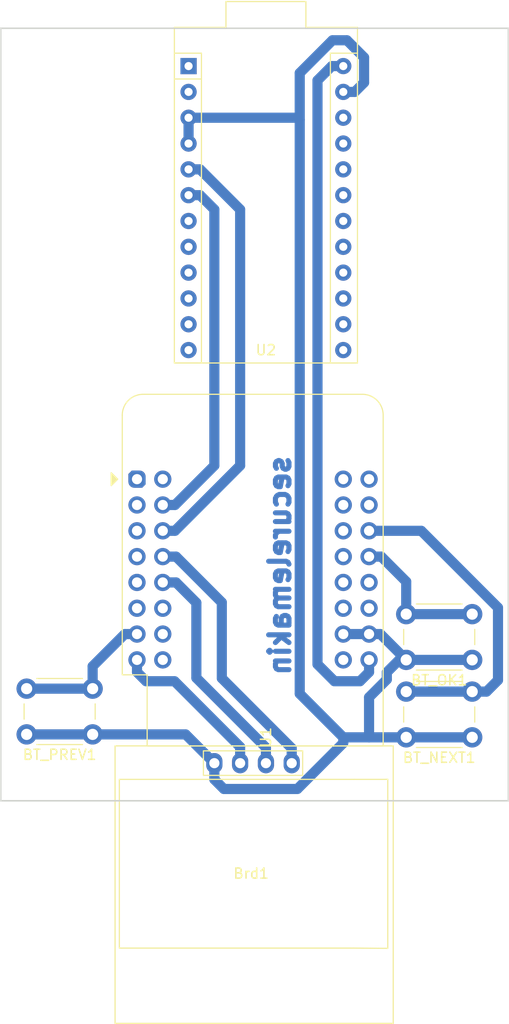
<source format=kicad_pcb>
(kicad_pcb (version 20221018) (generator pcbnew)
  (layers (0 "F.Cu" signal) (31 "B.Cu" signal) (34 "B.Paste" user) (35 "F.Paste" user) (36 "B.SilkS" user "B.Silkscreen") (37 "F.SilkS" user "F.Silkscreen") (38 "B.Mask" user) (39 "F.Mask" user) (44 "Edge.Cuts" user))
  (net 0 "")
  (net 4 "Net-(U1-VBUS)")
  (net 5 "Earth")
  (net 10 "/SDA")
  (net 37 "/SDA_SSD1306")
  (net 38 "/SCL_SSD1306")
  (net 39 "Net-(Brd1-VCC)")
  (net 40 "/SCL")
  (net 42 "Net-(U1-GPIO35)")
  (net 43 "Net-(U1-GPIO33)")
  (net 44 "Net-(U1-GPIO12)")
  (footprint "Arduino:Sparkfun_Pro_Micro" (layer "F.Cu") (at 205.74 73.66 180)
    (fp_text reference "U2" (at 7.62 0) (layer "F.SilkS"))
    (fp_text value "Sparkfun_Pro_Micro")
    (fp_line (start -1.397 -1.27) (end -1.397 31.75) (stroke (width 0.12)) (layer "F.SilkS"))
    (fp_line (start -1.397 31.75) (end 3.683 31.75) (stroke (width 0.12)) (layer "F.SilkS"))
    (fp_line (start 1.27 -1.27) (end -1.397 -1.27) (stroke (width 0.12)) (layer "F.SilkS"))
    (fp_line (start 1.27 1.27) (end 1.27 -1.27) (stroke (width 0.12)) (layer "F.SilkS"))
    (fp_line (start 1.27 1.27) (end 1.27 29.21) (stroke (width 0.12)) (layer "F.SilkS"))
    (fp_line (start 1.27 29.21) (end -1.4 29.21) (stroke (width 0.12)) (layer "F.SilkS"))
    (fp_line (start 3.683 34.29) (end 3.683 31.75) (stroke (width 0.12)) (layer "F.SilkS"))
    (fp_line (start 3.683 34.29) (end 11.557 34.29) (stroke (width 0.12)) (layer "F.SilkS"))
    (fp_line (start 11.557 31.75) (end 16.637 31.75) (stroke (width 0.12)) (layer "F.SilkS"))
    (fp_line (start 11.557 34.29) (end 11.557 31.75) (stroke (width 0.12)) (layer "F.SilkS"))
    (fp_line (start 13.97 -1.27) (end 13.97 29.21) (stroke (width 0.12)) (layer "F.SilkS"))
    (fp_line (start 13.97 -1.27) (end 16.64 -1.27) (stroke (width 0.12)) (layer "F.SilkS"))
    (fp_line (start 13.97 26.67) (end 16.64 26.67) (stroke (width 0.12)) (layer "F.SilkS"))
    (fp_line (start 13.97 29.21) (end 16.64 29.21) (stroke (width 0.12)) (layer "F.SilkS"))
    (fp_line (start 16.637 -1.27) (end 1.27 -1.27) (stroke (width 0.12)) (layer "F.SilkS"))
    (fp_line (start 16.637 31.75) (end 16.64 -1.27) (stroke (width 0.12)) (layer "F.SilkS"))
    (pad "1" thru_hole rect (at 15.24 27.94 180) (size 1.6 1.6) (drill 0.8) (layers "*.Cu" "*.Mask"))
    (pad "2" thru_hole oval (at 15.24 25.4 180) (size 1.6 1.6) (drill 0.8) (layers "*.Cu" "*.Mask"))
    (pad "3" thru_hole oval (at 15.24 22.86 180) (size 1.6 1.6) (drill 0.8) (layers "*.Cu" "*.Mask") (net 5 "Earth"))
    (pad "4" thru_hole oval (at 15.24 20.32 180) (size 1.6 1.6) (drill 0.8) (layers "*.Cu" "*.Mask") (net 5 "Earth"))
    (pad "5" thru_hole oval (at 15.24 17.78 180) (size 1.6 1.6) (drill 0.8) (layers "*.Cu" "*.Mask") (net 10 "/SDA"))
    (pad "6" thru_hole oval (at 15.24 15.24 180) (size 1.6 1.6) (drill 0.8) (layers "*.Cu" "*.Mask") (net 40 "/SCL"))
    (pad "7" thru_hole oval (at 15.24 12.7 180) (size 1.6 1.6) (drill 0.8) (layers "*.Cu" "*.Mask"))
    (pad "8" thru_hole oval (at 15.24 10.16 180) (size 1.6 1.6) (drill 0.8) (layers "*.Cu" "*.Mask"))
    (pad "9" thru_hole oval (at 15.24 7.62 180) (size 1.6 1.6) (drill 0.8) (layers "*.Cu" "*.Mask"))
    (pad "10" thru_hole oval (at 15.24 5.08 180) (size 1.6 1.6) (drill 0.8) (layers "*.Cu" "*.Mask"))
    (pad "11" thru_hole oval (at 15.24 2.54 180) (size 1.6 1.6) (drill 0.8) (layers "*.Cu" "*.Mask"))
    (pad "12" thru_hole oval (at 15.24 0 180) (size 1.6 1.6) (drill 0.8) (layers "*.Cu" "*.Mask"))
    (pad "13" thru_hole oval (at 0 0 180) (size 1.6 1.6) (drill 0.8) (layers "*.Cu" "*.Mask"))
    (pad "14" thru_hole oval (at 0 2.54 180) (size 1.6 1.6) (drill 0.8) (layers "*.Cu" "*.Mask"))
    (pad "15" thru_hole oval (at 0 5.08 180) (size 1.6 1.6) (drill 0.8) (layers "*.Cu" "*.Mask"))
    (pad "16" thru_hole oval (at 0 7.62 180) (size 1.6 1.6) (drill 0.8) (layers "*.Cu" "*.Mask"))
    (pad "17" thru_hole oval (at 0 10.16 180) (size 1.6 1.6) (drill 0.8) (layers "*.Cu" "*.Mask"))
    (pad "18" thru_hole oval (at 0 12.7 180) (size 1.6 1.6) (drill 0.8) (layers "*.Cu" "*.Mask"))
    (pad "19" thru_hole oval (at 0 15.24 180) (size 1.6 1.6) (drill 0.8) (layers "*.Cu" "*.Mask"))
    (pad "20" thru_hole oval (at 0 17.78 180) (size 1.6 1.6) (drill 0.8) (layers "*.Cu" "*.Mask"))
    (pad "21" thru_hole oval (at 0 20.32 180) (size 1.6 1.6) (drill 0.8) (layers "*.Cu" "*.Mask"))
    (pad "22" thru_hole oval (at 0 22.86 180) (size 1.6 1.6) (drill 0.8) (layers "*.Cu" "*.Mask"))
    (pad "23" thru_hole oval (at 0 25.4 180) (size 1.6 1.6) (drill 0.8) (layers "*.Cu" "*.Mask") (net 5 "Earth"))
    (pad "24" thru_hole oval (at 0 27.94 180) (size 1.6 1.6) (drill 0.8) (layers "*.Cu" "*.Mask") (net 4 "Net-(U1-VBUS)"))
  )
  (footprint "Button_Switch_THT:SW_PUSH_6mm" (layer "F.Cu") (at 218.44 111.76 180)
    (fp_text reference "BT_NEXT1" (at 3.25 -2) (layer "F.SilkS"))
    (fp_text value "SW_Push")
    (fp_line (start -0.25 1.5) (end -0.25 3) (stroke (width 0.12)) (layer "F.SilkS"))
    (fp_line (start 1 5.5) (end 5.5 5.5) (stroke (width 0.12)) (layer "F.SilkS"))
    (fp_line (start 5.5 -1) (end 1 -1) (stroke (width 0.12)) (layer "F.SilkS"))
    (fp_line (start 6.75 3) (end 6.75 1.5) (stroke (width 0.12)) (layer "F.SilkS"))
    (pad "1" thru_hole circle (at 0 0 270) (size 2 2) (drill 1.1) (layers "*.Cu" "*.Mask") (net 5 "Earth"))
    (pad "1" thru_hole circle (at 6.5 0 270) (size 2 2) (drill 1.1) (layers "*.Cu" "*.Mask") (net 5 "Earth"))
    (pad "2" thru_hole circle (at 0 4.5 270) (size 2 2) (drill 1.1) (layers "*.Cu" "*.Mask") (net 42 "Net-(U1-GPIO35)"))
    (pad "2" thru_hole circle (at 6.5 4.5 270) (size 2 2) (drill 1.1) (layers "*.Cu" "*.Mask") (net 42 "Net-(U1-GPIO35)"))
  )
  (footprint "Button_Switch_THT:SW_PUSH_6mm" (layer "F.Cu") (at 218.44 104.14 180)
    (fp_text reference "BT_OK1" (at 3.25 -2) (layer "F.SilkS"))
    (fp_text value "SW_Push")
    (fp_line (start -0.25 1.5) (end -0.25 3) (stroke (width 0.12)) (layer "F.SilkS"))
    (fp_line (start 1 5.5) (end 5.5 5.5) (stroke (width 0.12)) (layer "F.SilkS"))
    (fp_line (start 5.5 -1) (end 1 -1) (stroke (width 0.12)) (layer "F.SilkS"))
    (fp_line (start 6.75 3) (end 6.75 1.5) (stroke (width 0.12)) (layer "F.SilkS"))
    (pad "1" thru_hole circle (at 0 0 270) (size 2 2) (drill 1.1) (layers "*.Cu" "*.Mask") (net 5 "Earth"))
    (pad "1" thru_hole circle (at 6.5 0 270) (size 2 2) (drill 1.1) (layers "*.Cu" "*.Mask") (net 5 "Earth"))
    (pad "2" thru_hole circle (at 0 4.5 270) (size 2 2) (drill 1.1) (layers "*.Cu" "*.Mask") (net 43 "Net-(U1-GPIO33)"))
    (pad "2" thru_hole circle (at 6.5 4.5 270) (size 2 2) (drill 1.1) (layers "*.Cu" "*.Mask") (net 43 "Net-(U1-GPIO33)"))
  )
  (footprint "Button_Switch_THT:SW_PUSH_6mm" (layer "F.Cu") (at 181.05 111.47 180)
    (fp_text reference "BT_PREV1" (at 3.25 -2) (layer "F.SilkS"))
    (fp_text value "SW_Push")
    (fp_line (start -0.25 1.5) (end -0.25 3) (stroke (width 0.12)) (layer "F.SilkS"))
    (fp_line (start 1 5.5) (end 5.5 5.5) (stroke (width 0.12)) (layer "F.SilkS"))
    (fp_line (start 5.5 -1) (end 1 -1) (stroke (width 0.12)) (layer "F.SilkS"))
    (fp_line (start 6.75 3) (end 6.75 1.5) (stroke (width 0.12)) (layer "F.SilkS"))
    (pad "1" thru_hole circle (at 0 0 270) (size 2 2) (drill 1.1) (layers "*.Cu" "*.Mask") (net 5 "Earth"))
    (pad "1" thru_hole circle (at 6.5 0 270) (size 2 2) (drill 1.1) (layers "*.Cu" "*.Mask") (net 5 "Earth"))
    (pad "2" thru_hole circle (at 0 4.5 270) (size 2 2) (drill 1.1) (layers "*.Cu" "*.Mask") (net 44 "Net-(U1-GPIO12)"))
    (pad "2" thru_hole circle (at 6.5 4.5 270) (size 2 2) (drill 1.1) (layers "*.Cu" "*.Mask") (net 44 "Net-(U1-GPIO12)"))
  )
  (footprint "MAKIN:WEMOS_S2_mini" (layer "F.Cu") (at 185.42 86.36)
    (fp_text reference "U1" (at 12.7 25.4 90) (layer "F.SilkS"))
    (fp_text value "WeMos_S2_mini")
    (fp_line (start -1.45 19.25) (end -1.45 -6.3) (stroke (width 0.12)) (layer "F.SilkS"))
    (fp_line (start -1.45 19.25) (end 1 19.25) (stroke (width 0.12)) (layer "F.SilkS"))
    (fp_line (start 1 19.25) (end 1 26.25) (stroke (width 0.12)) (layer "F.SilkS"))
    (fp_line (start 1 26.25) (end 24.25 26.25) (stroke (width 0.12)) (layer "F.SilkS"))
    (fp_line (start 22.2 -8.35) (end 0.6 -8.35) (stroke (width 0.12)) (layer "F.SilkS"))
    (fp_line (start 24.25 26.25) (end 24.25 -6.3) (stroke (width 0.12)) (layer "F.SilkS"))
    (fp_arc (start -1.45 -6.3) (mid -0.849569 -7.749569) (end 0.6 -8.35) (stroke (width 0.12)) (layer "F.SilkS"))
    (fp_arc (start 22.2 -8.35) (mid 23.649569 -7.749569) (end 24.25 -6.3) (stroke (width 0.12)) (layer "F.SilkS"))
    (fp_poly (pts (xy -2.54 -0.635) (xy -2.54 0.635) (xy -1.905 0)) (stroke (width 0.12)) (fill solid) (layer "F.SilkS"))
    (pad "1" thru_hole roundrect (at 0 0) (size 1.7 1.7) (drill 1) (layers "*.Cu" "*.Mask") (roundrect_rratio 0.35) (chamfer_ratio 0.2) (chamfer top_left bottom_right))
    (pad "2" thru_hole circle (at 0 2.54) (size 1.7 1.7) (drill 1) (layers "*.Cu" "*.Mask"))
    (pad "3" thru_hole circle (at 0 5.08) (size 1.7 1.7) (drill 1) (layers "*.Cu" "*.Mask"))
    (pad "4" thru_hole circle (at 0 7.62) (size 1.7 1.7) (drill 1) (layers "*.Cu" "*.Mask"))
    (pad "5" thru_hole circle (at 0 10.16) (size 1.7 1.7) (drill 1) (layers "*.Cu" "*.Mask"))
    (pad "6" thru_hole circle (at 0 12.7) (size 1.7 1.7) (drill 1) (layers "*.Cu" "*.Mask"))
    (pad "7" thru_hole circle (at 0 15.24) (size 1.7 1.7) (drill 1) (layers "*.Cu" "*.Mask") (net 44 "Net-(U1-GPIO12)"))
    (pad "8" thru_hole circle (at 0 17.78) (size 1.7 1.7) (drill 1) (layers "*.Cu" "*.Mask") (net 39 "Net-(Brd1-VCC)"))
    (pad "9" thru_hole circle (at 22.86 17.78) (size 1.7 1.7) (drill 1) (layers "*.Cu" "*.Mask") (net 4 "Net-(U1-VBUS)"))
    (pad "10" thru_hole circle (at 22.86 15.24) (size 1.7 1.7) (drill 1) (layers "*.Cu" "*.Mask") (net 5 "Earth"))
    (pad "11" thru_hole circle (at 22.86 12.7) (size 1.7 1.7) (drill 1) (layers "*.Cu" "*.Mask"))
    (pad "12" thru_hole circle (at 22.86 10.16) (size 1.7 1.7) (drill 1) (layers "*.Cu" "*.Mask"))
    (pad "13" thru_hole circle (at 22.86 7.62) (size 1.7 1.7) (drill 1) (layers "*.Cu" "*.Mask") (net 43 "Net-(U1-GPIO33)"))
    (pad "14" thru_hole circle (at 22.86 5.08) (size 1.7 1.7) (drill 1) (layers "*.Cu" "*.Mask") (net 42 "Net-(U1-GPIO35)"))
    (pad "15" thru_hole circle (at 22.86 2.54) (size 1.7 1.7) (drill 1) (layers "*.Cu" "*.Mask"))
    (pad "16" thru_hole circle (at 22.86 0) (size 1.7 1.7) (drill 1) (layers "*.Cu" "*.Mask"))
    (pad "17" thru_hole circle (at 2.54 0) (size 1.7 1.7) (drill 1) (layers "*.Cu" "*.Mask"))
    (pad "18" thru_hole circle (at 2.54 2.54) (size 1.7 1.7) (drill 1) (layers "*.Cu" "*.Mask") (net 40 "/SCL"))
    (pad "19" thru_hole circle (at 2.54 5.08) (size 1.7 1.7) (drill 1) (layers "*.Cu" "*.Mask") (net 10 "/SDA"))
    (pad "20" thru_hole circle (at 2.54 7.62) (size 1.7 1.7) (drill 1) (layers "*.Cu" "*.Mask") (net 37 "/SDA_SSD1306"))
    (pad "21" thru_hole circle (at 2.54 10.16) (size 1.7 1.7) (drill 1) (layers "*.Cu" "*.Mask") (net 38 "/SCL_SSD1306"))
    (pad "22" thru_hole circle (at 2.54 12.7) (size 1.7 1.7) (drill 1) (layers "*.Cu" "*.Mask"))
    (pad "23" thru_hole circle (at 2.54 15.24) (size 1.7 1.7) (drill 1) (layers "*.Cu" "*.Mask"))
    (pad "24" thru_hole circle (at 2.54 17.78) (size 1.7 1.7) (drill 1) (layers "*.Cu" "*.Mask"))
    (pad "25" thru_hole circle (at 20.32 17.78) (size 1.7 1.7) (drill 1) (layers "*.Cu" "*.Mask"))
    (pad "26" thru_hole circle (at 20.32 15.24) (size 1.7 1.7) (drill 1) (layers "*.Cu" "*.Mask") (net 5 "Earth"))
    (pad "27" thru_hole circle (at 20.32 12.7) (size 1.7 1.7) (drill 1) (layers "*.Cu" "*.Mask"))
    (pad "28" thru_hole circle (at 20.32 10.16) (size 1.7 1.7) (drill 1) (layers "*.Cu" "*.Mask"))
    (pad "29" thru_hole circle (at 20.32 7.62) (size 1.7 1.7) (drill 1) (layers "*.Cu" "*.Mask"))
    (pad "30" thru_hole circle (at 20.32 5.08) (size 1.7 1.7) (drill 1) (layers "*.Cu" "*.Mask"))
    (pad "31" thru_hole circle (at 20.32 2.54) (size 1.7 1.7) (drill 1) (layers "*.Cu" "*.Mask"))
    (pad "32" thru_hole circle (at 20.32 0) (size 1.7 1.7) (drill 1) (layers "*.Cu" "*.Mask"))
  )
  (footprint "SSD1306:128x64OLED" (layer "F.Cu") (at 196.66 124.9)
    (fp_text reference "Brd1" (at 0 0.254) (layer "F.SilkS"))
    (fp_text value "SSD1306")
    (fp_line (start -13.4 -12.3) (end 14 -12.3) (stroke (width 0.12)) (layer "F.SilkS"))
    (fp_line (start -13.4 15) (end -13.4 -12.3) (stroke (width 0.12)) (layer "F.SilkS"))
    (fp_line (start -12.978 -9.005) (end 10.122 -9.005) (stroke (width 0.12)) (layer "F.SilkS"))
    (fp_line (start -12.978 7.595) (end -12.978 -9.005) (stroke (width 0.12)) (layer "F.SilkS"))
    (fp_line (start -4.699 -11.811) (end -4.699 -9.398) (stroke (width 0.12)) (layer "F.SilkS"))
    (fp_line (start -4.699 -11.811) (end 5.08 -11.811) (stroke (width 0.12)) (layer "F.SilkS"))
    (fp_line (start 5.08 -11.811) (end 5.08 -9.398) (stroke (width 0.12)) (layer "F.SilkS"))
    (fp_line (start 5.08 -9.398) (end -4.699 -9.398) (stroke (width 0.12)) (layer "F.SilkS"))
    (fp_line (start 10.122 -9.005) (end 13.208 -9.005) (stroke (width 0.12)) (layer "F.SilkS"))
    (fp_line (start 10.122 7.595) (end -12.978 7.595) (stroke (width 0.12)) (layer "F.SilkS"))
    (fp_line (start 10.122 7.595) (end 13.462 7.62) (stroke (width 0.12)) (layer "F.SilkS"))
    (fp_line (start 13.462 -9.017) (end 13.208 -9.005) (stroke (width 0.12)) (layer "F.SilkS"))
    (fp_line (start 13.462 7.62) (end 13.462 -9.017) (stroke (width 0.12)) (layer "F.SilkS"))
    (fp_line (start 14 -12.3) (end 14 15) (stroke (width 0.12)) (layer "F.SilkS"))
    (fp_line (start 14 15) (end -13.4 15) (stroke (width 0.12)) (layer "F.SilkS"))
    (pad "1" thru_hole oval (at -3.62 -10.6 90) (size 2 1.6) (drill 1) (layers "*.Cu" "*.Mask") (net 5 "Earth"))
    (pad "2" thru_hole oval (at -1.08 -10.6 90) (size 2 1.6) (drill 1) (layers "*.Cu" "*.Mask") (net 39 "Net-(Brd1-VCC)"))
    (pad "3" thru_hole oval (at 1.46 -10.6 90) (size 2 1.6) (drill 1) (layers "*.Cu" "*.Mask") (net 38 "/SCL_SSD1306"))
    (pad "4" thru_hole oval (at 4 -10.6 90) (size 2 1.6) (drill 1) (layers "*.Cu" "*.Mask") (net 37 "/SDA_SSD1306"))
  )
  (gr_rect (start 172 42) (end 222 118) (stroke (width 0.15)) (fill none) (layer "Edge.Cuts"))
  (gr_text "securelemakin" (at 200.66 83.82 90) (layer "B.Cu") (effects (font (size 2 2) (thickness 0.5) bold) (justify left bottom mirror)))
  (segment (start 208.28 105.342081) (end 207.382081 106.24) (width 1) (layer "B.Cu") (net 4))
  (segment (start 203.2 47.12863) (end 204.60863 45.72) (width 1) (layer "B.Cu") (net 4))
  (segment (start 203.2 104.569849) (end 203.2 47.12863) (width 1) (layer "B.Cu") (net 4))
  (segment (start 204.60863 45.72) (end 205.74 45.72) (width 1) (layer "B.Cu") (net 4))
  (segment (start 208.28 104.14) (end 208.28 105.342081) (width 1) (layer "B.Cu") (net 4))
  (segment (start 207.382081 106.24) (end 204.870151 106.24) (width 1) (layer "B.Cu") (net 4))
  (segment (start 204.870151 106.24) (end 203.2 104.569849) (width 1) (layer "B.Cu") (net 4))
  (segment (start 181.05 111.47) (end 190.21 111.47) (width 1) (layer "B.Cu") (net 5))
  (segment (start 201.25 50.8) (end 201.45 51) (width 1) (layer "B.Cu") (net 5))
  (segment (start 190.5 50.8) (end 201.25 50.8) (width 1) (layer "B.Cu") (net 5))
  (segment (start 211.94 111.76) (end 208.28 111.76) (width 1) (layer "B.Cu") (net 5))
  (segment (start 174.55 111.47) (end 181.05 111.47) (width 1) (layer "B.Cu") (net 5))
  (segment (start 193.04 115.9) (end 193.98 116.84) (width 1) (layer "B.Cu") (net 5))
  (segment (start 208.28 111.76) (end 205.74 111.76) (width 1) (layer "B.Cu") (net 5))
  (segment (start 211.249849 104.14) (end 211.94 104.14) (width 1) (layer "B.Cu") (net 5))
  (segment (start 193.98 116.84) (end 201.219138 116.84) (width 1) (layer "B.Cu") (net 5))
  (segment (start 190.21 111.47) (end 193.04 114.3) (width 1) (layer "B.Cu") (net 5))
  (segment (start 205.74 101.6) (end 208.28 101.6) (width 1) (layer "B.Cu") (net 5))
  (segment (start 208.28 111.76) (end 208.28 107.816955) (width 1) (layer "B.Cu") (net 5))
  (segment (start 208.28 107.816955) (end 210.03 106.066955) (width 1) (layer "B.Cu") (net 5))
  (segment (start 218.44 111.76) (end 211.94 111.76) (width 1) (layer "B.Cu") (net 5))
  (segment (start 218.44 104.14) (end 211.94 104.14) (width 1) (layer "B.Cu") (net 5))
  (segment (start 205.74 111.76) (end 201.45 107.47) (width 1) (layer "B.Cu") (net 5))
  (segment (start 204.673756 43.18) (end 206.099138 43.18) (width 1) (layer "B.Cu") (net 5))
  (segment (start 193.04 114.3) (end 193.04 115.9) (width 1) (layer "B.Cu") (net 5))
  (segment (start 190.5 53.34) (end 190.5 50.8) (width 1) (layer "B.Cu") (net 5))
  (segment (start 201.219138 116.84) (end 205.74 112.319138) (width 1) (layer "B.Cu") (net 5))
  (segment (start 201.45 107.47) (end 201.45 51) (width 1) (layer "B.Cu") (net 5))
  (segment (start 209.4 101.6) (end 208.28 101.6) (width 1) (layer "B.Cu") (net 5))
  (segment (start 201.45 51) (end 201.45 46.403756) (width 1) (layer "B.Cu") (net 5))
  (segment (start 211.94 104.14) (end 209.4 101.6) (width 1) (layer "B.Cu") (net 5))
  (segment (start 201.45 46.403756) (end 204.673756 43.18) (width 1) (layer "B.Cu") (net 5))
  (segment (start 210.03 106.066955) (end 210.03 105.359849) (width 1) (layer "B.Cu") (net 5))
  (segment (start 206.099138 43.18) (end 207.79 44.870862) (width 1) (layer "B.Cu") (net 5))
  (segment (start 210.03 105.359849) (end 211.249849 104.14) (width 1) (layer "B.Cu") (net 5))
  (segment (start 206.87137 48.26) (end 205.74 48.26) (width 1) (layer "B.Cu") (net 5))
  (segment (start 205.74 112.319138) (end 205.74 111.76) (width 1) (layer "B.Cu") (net 5))
  (segment (start 207.79 44.870862) (end 207.79 47.34137) (width 1) (layer "B.Cu") (net 5))
  (segment (start 207.79 47.34137) (end 206.87137 48.26) (width 1) (layer "B.Cu") (net 5))
  (segment (start 195.58 59.82863) (end 191.63137 55.88) (width 1) (layer "B.Cu") (net 10))
  (segment (start 187.96 91.44) (end 189.162081 91.44) (width 1) (layer "B.Cu") (net 10))
  (segment (start 191.63137 55.88) (end 190.5 55.88) (width 1) (layer "B.Cu") (net 10))
  (segment (start 189.162081 91.44) (end 195.58 85.022081) (width 1) (layer "B.Cu") (net 10))
  (segment (start 195.58 85.022081) (end 195.58 59.82863) (width 1) (layer "B.Cu") (net 10))
  (segment (start 193.774874 105.945126) (end 193.774874 98.485025) (width 1) (layer "B.Cu") (net 37))
  (segment (start 189.269849 93.98) (end 187.96 93.98) (width 1) (layer "B.Cu") (net 37))
  (segment (start 193.774874 98.485025) (end 189.269849 93.98) (width 1) (layer "B.Cu") (net 37))
  (segment (start 200.66 112.830252) (end 193.774874 105.945126) (width 1) (layer "B.Cu") (net 37))
  (segment (start 200.66 114.3) (end 200.66 112.830252) (width 1) (layer "B.Cu") (net 37))
  (segment (start 198.12 112.765126) (end 191.267437 105.912563) (width 1) (layer "B.Cu") (net 38))
  (segment (start 198.12 114.3) (end 198.12 112.765126) (width 1) (layer "B.Cu") (net 38))
  (segment (start 189.269849 96.52) (end 187.96 96.52) (width 1) (layer "B.Cu") (net 38))
  (segment (start 191.267437 105.912563) (end 191.267437 98.517588) (width 1) (layer "B.Cu") (net 38))
  (segment (start 191.267437 98.517588) (end 189.269849 96.52) (width 1) (layer "B.Cu") (net 38))
  (segment (start 195.58 112.7) (end 189.12 106.24) (width 1) (layer "B.Cu") (net 39))
  (segment (start 189.12 106.24) (end 186.317919 106.24) (width 1) (layer "B.Cu") (net 39))
  (segment (start 195.58 114.3) (end 195.58 112.7) (width 1) (layer "B.Cu") (net 39))
  (segment (start 185.42 105.342081) (end 185.42 104.14) (width 1) (layer "B.Cu") (net 39))
  (segment (start 186.317919 106.24) (end 185.42 105.342081) (width 1) (layer "B.Cu") (net 39))
  (segment (start 189.162081 88.9) (end 193.04 85.022081) (width 1) (layer "B.Cu") (net 40))
  (segment (start 187.96 88.9) (end 189.162081 88.9) (width 1) (layer "B.Cu") (net 40))
  (segment (start 193.04 59.82863) (end 191.63137 58.42) (width 1) (layer "B.Cu") (net 40))
  (segment (start 191.63137 58.42) (end 190.5 58.42) (width 1) (layer "B.Cu") (net 40))
  (segment (start 193.04 85.022081) (end 193.04 59.82863) (width 1) (layer "B.Cu") (net 40))
  (segment (start 213.421981 91.44) (end 208.28 91.44) (width 1) (layer "B.Cu") (net 42))
  (segment (start 211.94 107.26) (end 218.44 107.26) (width 1) (layer "B.Cu") (net 42))
  (segment (start 220.98 106.134213) (end 220.98 98.998019) (width 1) (layer "B.Cu") (net 42))
  (segment (start 219.854213 107.26) (end 220.98 106.134213) (width 1) (layer "B.Cu") (net 42))
  (segment (start 220.98 98.998019) (end 213.421981 91.44) (width 1) (layer "B.Cu") (net 42))
  (segment (start 218.44 107.26) (end 219.854213 107.26) (width 1) (layer "B.Cu") (net 42))
  (segment (start 211.94 96.437919) (end 211.94 99.64) (width 1) (layer "B.Cu") (net 43))
  (segment (start 209.482081 93.98) (end 211.94 96.437919) (width 1) (layer "B.Cu") (net 43))
  (segment (start 208.28 93.98) (end 209.482081 93.98) (width 1) (layer "B.Cu") (net 43))
  (segment (start 218.44 99.64) (end 211.94 99.64) (width 1) (layer "B.Cu") (net 43))
  (segment (start 181.05 104.767919) (end 184.217919 101.6) (width 1) (layer "B.Cu") (net 44))
  (segment (start 181.05 106.97) (end 181.05 104.767919) (width 1) (layer "B.Cu") (net 44))
  (segment (start 174.55 106.97) (end 181.05 106.97) (width 1) (layer "B.Cu") (net 44))
  (segment (start 184.217919 101.6) (end 185.42 101.6) (width 1) (layer "B.Cu") (net 44))
)
</source>
